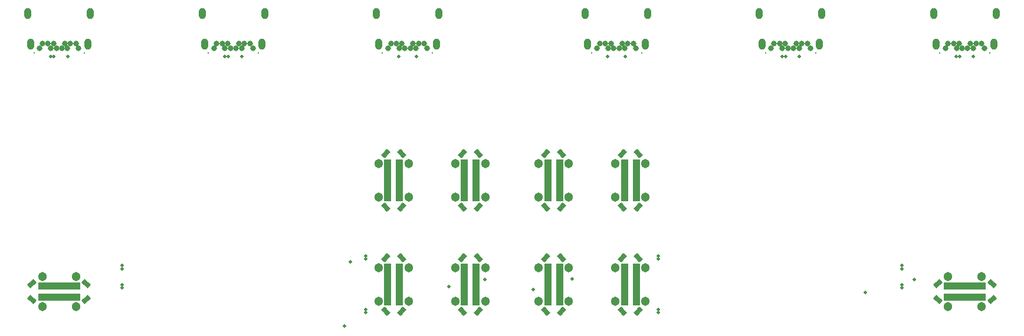
<source format=gbr>
%TF.GenerationSoftware,Altium Limited,Altium Designer,22.5.1 (42)*%
G04 Layer_Color=8388736*
%FSLAX26Y26*%
%MOIN*%
%TF.SameCoordinates,06390142-FE97-446B-9427-C7DC68BF18C4*%
%TF.FilePolarity,Negative*%
%TF.FileFunction,Soldermask,Top*%
%TF.Part,Single*%
G01*
G75*
%TA.AperFunction,ComponentPad*%
%ADD31C,0.051307*%
%ADD32C,0.031622*%
%ADD33O,0.039496X0.063118*%
%ADD34C,0.008000*%
%TA.AperFunction,ViaPad*%
%ADD35C,0.019811*%
%TA.AperFunction,SMDPad,CuDef*%
%ADD40R,0.041465X0.019811*%
G04:AMPARAMS|DCode=41|XSize=27.685mil|YSize=48.551mil|CornerRadius=0mil|HoleSize=0mil|Usage=FLASHONLY|Rotation=40.000|XOffset=0mil|YOffset=0mil|HoleType=Round|Shape=Rectangle|*
%AMROTATEDRECTD41*
4,1,4,0.005000,-0.027494,-0.026208,0.009698,-0.005000,0.027494,0.026208,-0.009698,0.005000,-0.027494,0.0*
%
%ADD41ROTATEDRECTD41*%

G04:AMPARAMS|DCode=42|XSize=27.685mil|YSize=48.551mil|CornerRadius=0mil|HoleSize=0mil|Usage=FLASHONLY|Rotation=140.000|XOffset=0mil|YOffset=0mil|HoleType=Round|Shape=Rectangle|*
%AMROTATEDRECTD42*
4,1,4,0.026208,0.009698,-0.005000,-0.027494,-0.026208,-0.009698,0.005000,0.027494,0.026208,0.009698,0.0*
%
%ADD42ROTATEDRECTD42*%

G04:AMPARAMS|DCode=43|XSize=27.685mil|YSize=48.551mil|CornerRadius=0mil|HoleSize=0mil|Usage=FLASHONLY|Rotation=50.000|XOffset=0mil|YOffset=0mil|HoleType=Round|Shape=Rectangle|*
%AMROTATEDRECTD43*
4,1,4,0.009698,-0.026208,-0.027494,0.005000,-0.009698,0.026208,0.027494,-0.005000,0.009698,-0.026208,0.0*
%
%ADD43ROTATEDRECTD43*%

G04:AMPARAMS|DCode=44|XSize=27.685mil|YSize=48.551mil|CornerRadius=0mil|HoleSize=0mil|Usage=FLASHONLY|Rotation=310.000|XOffset=0mil|YOffset=0mil|HoleType=Round|Shape=Rectangle|*
%AMROTATEDRECTD44*
4,1,4,-0.027494,-0.005000,0.009698,0.026208,0.027494,0.005000,-0.009698,-0.026208,-0.027494,-0.005000,0.0*
%
%ADD44ROTATEDRECTD44*%

%ADD45R,0.019811X0.041465*%
D31*
X3812992Y1708661D02*
D03*
Y1519685D02*
D03*
X3982284D02*
D03*
Y1708661D02*
D03*
X6598425Y1659449D02*
D03*
X6787402D02*
D03*
Y1490157D02*
D03*
X6598425D02*
D03*
X4718504Y1519685D02*
D03*
Y1708661D02*
D03*
X4887795D02*
D03*
Y1519685D02*
D03*
X4285433D02*
D03*
Y1708661D02*
D03*
X4454724D02*
D03*
Y1519685D02*
D03*
X4887795Y2299213D02*
D03*
Y2110236D02*
D03*
X4718504D02*
D03*
Y2299213D02*
D03*
X4285433Y2110236D02*
D03*
Y2299213D02*
D03*
X4454724D02*
D03*
Y2110236D02*
D03*
X3982284Y2299213D02*
D03*
Y2110236D02*
D03*
X3812992D02*
D03*
Y2299213D02*
D03*
X3379921Y2110236D02*
D03*
Y2299213D02*
D03*
X3549213D02*
D03*
Y2110236D02*
D03*
X1480315Y1659449D02*
D03*
X1669291D02*
D03*
Y1490157D02*
D03*
X1480315D02*
D03*
X3549213Y1708661D02*
D03*
Y1519685D02*
D03*
X3379921D02*
D03*
Y1708661D02*
D03*
D32*
X4834645Y2953150D02*
D03*
X4818897Y2980709D02*
D03*
X4787401D02*
D03*
X4771653Y2953150D02*
D03*
X4755905Y2980709D02*
D03*
X4740157Y2953150D02*
D03*
X4708661D02*
D03*
X4692913Y2980709D02*
D03*
X4677165Y2953150D02*
D03*
X4661417Y2980709D02*
D03*
X4629921D02*
D03*
X4614173Y2953150D02*
D03*
X6803149D02*
D03*
X6787401Y2980709D02*
D03*
X6755905D02*
D03*
X6740157Y2953150D02*
D03*
X6724409Y2980709D02*
D03*
X6708661Y2953150D02*
D03*
X6677165D02*
D03*
X6661417Y2980709D02*
D03*
X6645669Y2953150D02*
D03*
X6629921Y2980709D02*
D03*
X6598425D02*
D03*
X6582677Y2953150D02*
D03*
X5818897D02*
D03*
X5803149Y2980709D02*
D03*
X5771653D02*
D03*
X5755905Y2953150D02*
D03*
X5740157Y2980709D02*
D03*
X5724409Y2953150D02*
D03*
X5692913D02*
D03*
X5677165Y2980709D02*
D03*
X5661417Y2953150D02*
D03*
X5645669Y2980709D02*
D03*
X5614173D02*
D03*
X5598425Y2953150D02*
D03*
X3653543D02*
D03*
X3637795Y2980709D02*
D03*
X3606299D02*
D03*
X3590551Y2953150D02*
D03*
X3574803Y2980709D02*
D03*
X3559055Y2953150D02*
D03*
X3527559D02*
D03*
X3511810Y2980709D02*
D03*
X3496062Y2953150D02*
D03*
X3480314Y2980709D02*
D03*
X3448818D02*
D03*
X3433070Y2953150D02*
D03*
X2669291D02*
D03*
X2653543Y2980709D02*
D03*
X2622047D02*
D03*
X2606299Y2953150D02*
D03*
X2590551Y2980709D02*
D03*
X2574802Y2953150D02*
D03*
X2543307D02*
D03*
X2527558Y2980709D02*
D03*
X2511810Y2953150D02*
D03*
X2496062Y2980709D02*
D03*
X2464566D02*
D03*
X2448818Y2953150D02*
D03*
X1685039D02*
D03*
X1669291Y2980709D02*
D03*
X1637795D02*
D03*
X1622047Y2953150D02*
D03*
X1606299Y2980709D02*
D03*
X1590551Y2953150D02*
D03*
X1559054D02*
D03*
X1543306Y2980709D02*
D03*
X1527558Y2953150D02*
D03*
X1511810Y2980709D02*
D03*
X1480314D02*
D03*
X1464566Y2953150D02*
D03*
D33*
X4901181Y3149606D02*
D03*
X4547637D02*
D03*
X4561810Y2976378D02*
D03*
X4887007D02*
D03*
X6869685Y3149606D02*
D03*
X6516141D02*
D03*
X6530314Y2976378D02*
D03*
X6855511D02*
D03*
X5885432Y3149606D02*
D03*
X5531889D02*
D03*
X5546062Y2976378D02*
D03*
X5871259D02*
D03*
X3720078Y3149606D02*
D03*
X3366535D02*
D03*
X3380708Y2976378D02*
D03*
X3705905D02*
D03*
X2735826Y3149606D02*
D03*
X2382283D02*
D03*
X2396456Y2976378D02*
D03*
X2721653D02*
D03*
X1751574Y3149606D02*
D03*
X1398031D02*
D03*
X1412204Y2976378D02*
D03*
X1737401D02*
D03*
D34*
X4866141Y2927559D02*
D03*
X4582676D02*
D03*
X6834645D02*
D03*
X6551181D02*
D03*
X5850393D02*
D03*
X5566928D02*
D03*
X3685039D02*
D03*
X3401574D02*
D03*
X2700787D02*
D03*
X2417322D02*
D03*
X1716535D02*
D03*
X1433070D02*
D03*
D35*
X3220472Y1741142D02*
D03*
X3864961Y2253937D02*
D03*
Y2155512D02*
D03*
X4402756D02*
D03*
Y2253937D02*
D03*
X4473425Y1644685D02*
D03*
X3775590Y1603347D02*
D03*
X4253937Y1584646D02*
D03*
X3980315Y1643701D02*
D03*
X4337401Y1663386D02*
D03*
Y1564961D02*
D03*
X3930315D02*
D03*
Y1663386D02*
D03*
X4675197Y2905512D02*
D03*
X4773623D02*
D03*
X3494095D02*
D03*
X3592520D02*
D03*
X3431889Y2253937D02*
D03*
Y2155512D02*
D03*
X4835827D02*
D03*
Y2253937D02*
D03*
X6643701Y1607480D02*
D03*
X6742126D02*
D03*
X4835827Y1564961D02*
D03*
Y1663386D02*
D03*
X3431890D02*
D03*
Y1564961D02*
D03*
X1525591Y1607480D02*
D03*
X1624016D02*
D03*
X3930315Y1683071D02*
D03*
Y1702756D02*
D03*
Y1545276D02*
D03*
Y1525591D02*
D03*
Y1624016D02*
D03*
Y1604331D02*
D03*
X4337401D02*
D03*
Y1624016D02*
D03*
X4402756D02*
D03*
Y1604331D02*
D03*
X3864961D02*
D03*
Y1624016D02*
D03*
X6702756Y1542126D02*
D03*
X6683071Y1607480D02*
D03*
X4835827Y1624016D02*
D03*
X4770472Y1604331D02*
D03*
X4960630Y1759842D02*
D03*
Y1777559D02*
D03*
X4770472Y1702756D02*
D03*
Y1683071D02*
D03*
X4960630Y1455709D02*
D03*
Y1473425D02*
D03*
X4770472Y1545276D02*
D03*
Y1525591D02*
D03*
X6338583Y1594488D02*
D03*
Y1612205D02*
D03*
X6338583Y1703740D02*
D03*
Y1721457D02*
D03*
X6761811Y1542126D02*
D03*
X6781496D02*
D03*
X4770472Y1624016D02*
D03*
X4835827Y1604331D02*
D03*
X6604331Y1542126D02*
D03*
X6624016D02*
D03*
X6702756Y1607480D02*
D03*
X6683071Y1542126D02*
D03*
X4337401Y1525591D02*
D03*
Y1545276D02*
D03*
Y1702756D02*
D03*
Y1683071D02*
D03*
X6128937Y1569882D02*
D03*
X4770472Y1584646D02*
D03*
X6722441Y1542126D02*
D03*
X6408465Y1643701D02*
D03*
X1584646Y1542126D02*
D03*
X1564961D02*
D03*
X1584646Y1607480D02*
D03*
X1564961D02*
D03*
X1643701Y1542126D02*
D03*
X1663386D02*
D03*
X3431890Y1604331D02*
D03*
Y1624016D02*
D03*
X3497244Y1604331D02*
D03*
Y1624016D02*
D03*
X3187008Y1377953D02*
D03*
X3431890Y1584646D02*
D03*
X3497244Y1643701D02*
D03*
Y1525591D02*
D03*
Y1545276D02*
D03*
X3307087Y1473425D02*
D03*
Y1455709D02*
D03*
X3497244Y1683071D02*
D03*
Y1702756D02*
D03*
X3307087Y1777559D02*
D03*
Y1759842D02*
D03*
X1486220Y1542126D02*
D03*
X1505906D02*
D03*
X1929134Y1721457D02*
D03*
Y1703740D02*
D03*
X1929134Y1612205D02*
D03*
Y1594488D02*
D03*
X2529527Y2905512D02*
D03*
X3930315Y2116142D02*
D03*
Y2135827D02*
D03*
Y2273622D02*
D03*
Y2293307D02*
D03*
X2608268Y2905512D02*
D03*
X2509843D02*
D03*
X3930315Y2194882D02*
D03*
Y2214567D02*
D03*
X3864961D02*
D03*
Y2194882D02*
D03*
X5679133Y2905512D02*
D03*
X6663385D02*
D03*
X4770472Y2194882D02*
D03*
Y2214567D02*
D03*
X4835827Y2194882D02*
D03*
X6643701Y2905512D02*
D03*
X6742127D02*
D03*
X4835827Y2214567D02*
D03*
Y2135827D02*
D03*
Y2116142D02*
D03*
Y2273622D02*
D03*
Y2293307D02*
D03*
X4402756Y2194882D02*
D03*
Y2214567D02*
D03*
X4337401D02*
D03*
Y2194882D02*
D03*
X5757873Y2905512D02*
D03*
X5659448D02*
D03*
X4337401Y2293307D02*
D03*
Y2273622D02*
D03*
Y2135827D02*
D03*
Y2116142D02*
D03*
X1545275Y2905512D02*
D03*
X1624015D02*
D03*
X1525590D02*
D03*
X3497244Y2214567D02*
D03*
Y2194882D02*
D03*
X3431890Y2214567D02*
D03*
Y2194882D02*
D03*
Y2135827D02*
D03*
Y2116142D02*
D03*
Y2273622D02*
D03*
Y2293307D02*
D03*
D40*
X3930315Y1722441D02*
D03*
Y1702756D02*
D03*
Y1683071D02*
D03*
Y1663386D02*
D03*
Y1643701D02*
D03*
Y1624016D02*
D03*
Y1604331D02*
D03*
Y1584646D02*
D03*
Y1564961D02*
D03*
Y1545276D02*
D03*
Y1525591D02*
D03*
Y1505906D02*
D03*
X3864961D02*
D03*
Y1525591D02*
D03*
Y1545276D02*
D03*
Y1564961D02*
D03*
Y1584646D02*
D03*
Y1604331D02*
D03*
Y1624016D02*
D03*
Y1643701D02*
D03*
Y1663386D02*
D03*
Y1683071D02*
D03*
Y1702756D02*
D03*
Y1722441D02*
D03*
X4835827Y1505906D02*
D03*
Y1525591D02*
D03*
Y1545276D02*
D03*
Y1564961D02*
D03*
Y1584646D02*
D03*
Y1604331D02*
D03*
Y1624016D02*
D03*
Y1643701D02*
D03*
Y1663386D02*
D03*
Y1683071D02*
D03*
Y1702756D02*
D03*
Y1722441D02*
D03*
X4770472D02*
D03*
Y1702756D02*
D03*
Y1683071D02*
D03*
Y1663386D02*
D03*
Y1643701D02*
D03*
Y1624016D02*
D03*
Y1604331D02*
D03*
Y1584646D02*
D03*
Y1564961D02*
D03*
Y1545276D02*
D03*
Y1525591D02*
D03*
Y1505906D02*
D03*
X4402756D02*
D03*
Y1525591D02*
D03*
Y1545276D02*
D03*
Y1564961D02*
D03*
Y1584646D02*
D03*
Y1604331D02*
D03*
Y1624016D02*
D03*
Y1643701D02*
D03*
Y1663386D02*
D03*
Y1683071D02*
D03*
Y1702756D02*
D03*
Y1722441D02*
D03*
X4337401D02*
D03*
Y1702756D02*
D03*
Y1683071D02*
D03*
Y1663386D02*
D03*
Y1643701D02*
D03*
Y1624016D02*
D03*
Y1604331D02*
D03*
Y1584646D02*
D03*
Y1564961D02*
D03*
Y1545276D02*
D03*
Y1525591D02*
D03*
Y1505906D02*
D03*
X4770472Y2312992D02*
D03*
Y2293307D02*
D03*
Y2273622D02*
D03*
Y2253937D02*
D03*
Y2234252D02*
D03*
Y2214567D02*
D03*
Y2194882D02*
D03*
Y2175197D02*
D03*
Y2155512D02*
D03*
Y2135827D02*
D03*
Y2116142D02*
D03*
Y2096457D02*
D03*
X4835827D02*
D03*
Y2116142D02*
D03*
Y2135827D02*
D03*
Y2155512D02*
D03*
Y2175197D02*
D03*
Y2194882D02*
D03*
Y2214567D02*
D03*
Y2234252D02*
D03*
Y2253937D02*
D03*
Y2273622D02*
D03*
Y2293307D02*
D03*
Y2312992D02*
D03*
X4402756Y2096457D02*
D03*
Y2116142D02*
D03*
Y2135827D02*
D03*
Y2155512D02*
D03*
Y2175197D02*
D03*
Y2194882D02*
D03*
Y2214567D02*
D03*
Y2234252D02*
D03*
Y2253937D02*
D03*
Y2273622D02*
D03*
Y2293307D02*
D03*
Y2312992D02*
D03*
X4337401D02*
D03*
Y2293307D02*
D03*
Y2273622D02*
D03*
Y2253937D02*
D03*
Y2234252D02*
D03*
Y2214567D02*
D03*
Y2194882D02*
D03*
Y2175197D02*
D03*
Y2155512D02*
D03*
Y2135827D02*
D03*
Y2116142D02*
D03*
Y2096457D02*
D03*
X3864961Y2312992D02*
D03*
Y2293307D02*
D03*
Y2273622D02*
D03*
Y2253937D02*
D03*
Y2234252D02*
D03*
Y2214567D02*
D03*
Y2194882D02*
D03*
Y2175197D02*
D03*
Y2155512D02*
D03*
Y2135827D02*
D03*
Y2116142D02*
D03*
Y2096457D02*
D03*
X3930315D02*
D03*
Y2116142D02*
D03*
Y2135827D02*
D03*
Y2155512D02*
D03*
Y2175197D02*
D03*
Y2194882D02*
D03*
Y2214567D02*
D03*
Y2234252D02*
D03*
Y2253937D02*
D03*
Y2273622D02*
D03*
Y2293307D02*
D03*
Y2312992D02*
D03*
X3497244Y2096457D02*
D03*
Y2116142D02*
D03*
Y2135827D02*
D03*
Y2155512D02*
D03*
Y2175197D02*
D03*
Y2194882D02*
D03*
Y2214567D02*
D03*
Y2234252D02*
D03*
Y2253937D02*
D03*
Y2273622D02*
D03*
Y2293307D02*
D03*
Y2312992D02*
D03*
X3431890D02*
D03*
Y2293307D02*
D03*
Y2273622D02*
D03*
Y2253937D02*
D03*
Y2234252D02*
D03*
Y2214567D02*
D03*
Y2194882D02*
D03*
Y2175197D02*
D03*
Y2155512D02*
D03*
Y2135827D02*
D03*
Y2116142D02*
D03*
Y2096457D02*
D03*
Y1722441D02*
D03*
Y1702756D02*
D03*
Y1683071D02*
D03*
Y1663386D02*
D03*
Y1643701D02*
D03*
Y1624016D02*
D03*
Y1604331D02*
D03*
Y1584646D02*
D03*
Y1564961D02*
D03*
Y1545276D02*
D03*
Y1525591D02*
D03*
Y1505906D02*
D03*
X3497244D02*
D03*
Y1525591D02*
D03*
Y1545276D02*
D03*
Y1564961D02*
D03*
Y1584646D02*
D03*
Y1604331D02*
D03*
Y1624016D02*
D03*
Y1643701D02*
D03*
Y1663386D02*
D03*
Y1683071D02*
D03*
Y1702756D02*
D03*
Y1722441D02*
D03*
D41*
X3852953Y1461417D02*
D03*
X3942323Y1766929D02*
D03*
X4758465Y1461417D02*
D03*
X4847835Y1766929D02*
D03*
X4325394Y1461417D02*
D03*
X4414764Y1766929D02*
D03*
X4847835Y2357480D02*
D03*
X4758465Y2051968D02*
D03*
X4325394D02*
D03*
X4414764Y2357480D02*
D03*
X3942323D02*
D03*
X3852953Y2051968D02*
D03*
X3419882D02*
D03*
X3509252Y2357480D02*
D03*
Y1766929D02*
D03*
X3419882Y1461417D02*
D03*
D42*
X3942323D02*
D03*
X3852953Y1766929D02*
D03*
X4847835Y1461417D02*
D03*
X4758465Y1766929D02*
D03*
X4414764Y1461417D02*
D03*
X4325394Y1766929D02*
D03*
X4758465Y2357480D02*
D03*
X4847835Y2051968D02*
D03*
X4414764D02*
D03*
X4325394Y2357480D02*
D03*
X3852953D02*
D03*
X3942323Y2051968D02*
D03*
X3509252D02*
D03*
X3419882Y2357480D02*
D03*
Y1766929D02*
D03*
X3509252Y1461417D02*
D03*
D43*
X6540158Y1530118D02*
D03*
X6845669Y1619488D02*
D03*
X1422047Y1530118D02*
D03*
X1727559Y1619488D02*
D03*
D44*
X6540158D02*
D03*
X6845669Y1530118D02*
D03*
X1422047Y1619488D02*
D03*
X1727559Y1530118D02*
D03*
D45*
X6584646Y1542126D02*
D03*
X6604331D02*
D03*
X6624016D02*
D03*
X6643701D02*
D03*
X6663386D02*
D03*
X6683071D02*
D03*
X6702756D02*
D03*
X6722441D02*
D03*
X6742126D02*
D03*
X6761811D02*
D03*
X6781496D02*
D03*
X6801181D02*
D03*
Y1607480D02*
D03*
X6781496D02*
D03*
X6761811D02*
D03*
X6742126D02*
D03*
X6722441D02*
D03*
X6702756D02*
D03*
X6683071D02*
D03*
X6663386D02*
D03*
X6643701D02*
D03*
X6624016D02*
D03*
X6604331D02*
D03*
X6584646D02*
D03*
X1466535Y1542126D02*
D03*
X1486220D02*
D03*
X1505906D02*
D03*
X1525591D02*
D03*
X1545275D02*
D03*
X1564961D02*
D03*
X1584646D02*
D03*
X1604331D02*
D03*
X1624016D02*
D03*
X1643701D02*
D03*
X1663386D02*
D03*
X1683071D02*
D03*
Y1607480D02*
D03*
X1663386D02*
D03*
X1643701D02*
D03*
X1624016D02*
D03*
X1604331D02*
D03*
X1584646D02*
D03*
X1564961D02*
D03*
X1545275D02*
D03*
X1525591D02*
D03*
X1505906D02*
D03*
X1486220D02*
D03*
X1466535D02*
D03*
%TF.MD5,b53e17382a9737a3cc74913bf279c606*%
M02*

</source>
